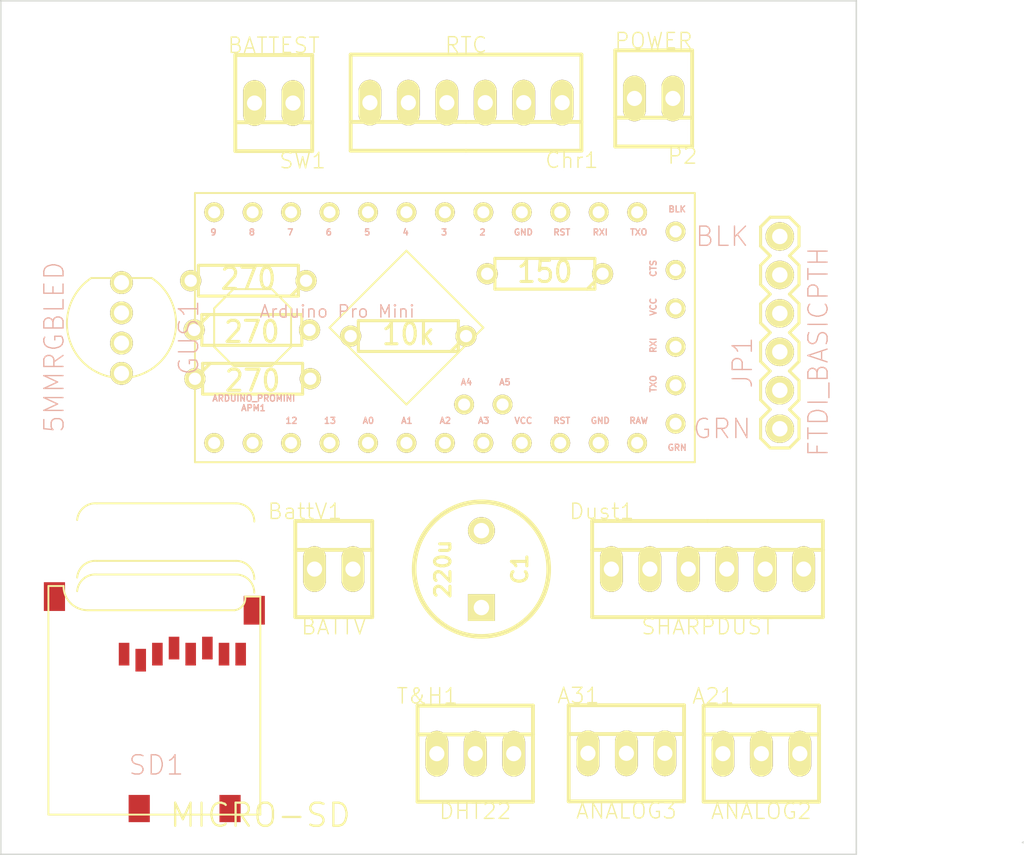
<source format=kicad_pcb>
(kicad_pcb (version 3) (host pcbnew "(2013-07-07 BZR 4022)-stable")

  (general
    (links 31)
    (no_connects 31)
    (area 0 0 0 0)
    (thickness 1.6)
    (drawings 7)
    (tracks 0)
    (zones 0)
    (modules 18)
    (nets 29)
  )

  (page A3)
  (layers
    (15 F.Cu signal)
    (0 B.Cu signal)
    (16 B.Adhes user)
    (17 F.Adhes user)
    (18 B.Paste user)
    (19 F.Paste user)
    (20 B.SilkS user)
    (21 F.SilkS user)
    (22 B.Mask user)
    (23 F.Mask user)
    (24 Dwgs.User user)
    (25 Cmts.User user)
    (26 Eco1.User user)
    (27 Eco2.User user)
    (28 Edge.Cuts user)
  )

  (setup
    (last_trace_width 0.254)
    (trace_clearance 0.254)
    (zone_clearance 0.508)
    (zone_45_only no)
    (trace_min 0.254)
    (segment_width 0.2)
    (edge_width 0.1)
    (via_size 0.889)
    (via_drill 0.635)
    (via_min_size 0.889)
    (via_min_drill 0.508)
    (uvia_size 0.508)
    (uvia_drill 0.127)
    (uvias_allowed no)
    (uvia_min_size 0.508)
    (uvia_min_drill 0.127)
    (pcb_text_width 0.3)
    (pcb_text_size 1.5 1.5)
    (mod_edge_width 0.15)
    (mod_text_size 1 1)
    (mod_text_width 0.15)
    (pad_size 1.50622 1.50622)
    (pad_drill 0.99822)
    (pad_to_mask_clearance 0)
    (aux_axis_origin 0 0)
    (visible_elements 7FFFFFFF)
    (pcbplotparams
      (layerselection 3178497)
      (usegerberextensions true)
      (excludeedgelayer true)
      (linewidth 0.150000)
      (plotframeref false)
      (viasonmask false)
      (mode 1)
      (useauxorigin false)
      (hpglpennumber 1)
      (hpglpenspeed 20)
      (hpglpendiameter 15)
      (hpglpenoverlay 2)
      (psnegative false)
      (psa4output false)
      (plotreference true)
      (plotvalue true)
      (plotothertext true)
      (plotinvisibletext false)
      (padsonsilk false)
      (subtractmaskfromsilk false)
      (outputformat 1)
      (mirror false)
      (drillshape 1)
      (scaleselection 1)
      (outputdirectory ""))
  )

  (net 0 "")
  (net 1 N-0000010)
  (net 2 N-0000017)
  (net 3 N-0000023)
  (net 4 N-0000024)
  (net 5 N-0000025)
  (net 6 N-0000026)
  (net 7 N-0000027)
  (net 8 N-0000028)
  (net 9 N-0000029)
  (net 10 N-0000030)
  (net 11 N-0000031)
  (net 12 N-0000032)
  (net 13 N-0000033)
  (net 14 N-0000035)
  (net 15 N-0000036)
  (net 16 N-0000037)
  (net 17 N-0000038)
  (net 18 N-0000039)
  (net 19 N-0000040)
  (net 20 N-0000041)
  (net 21 N-0000044)
  (net 22 N-0000045)
  (net 23 N-0000047)
  (net 24 N-0000048)
  (net 25 N-0000050)
  (net 26 N-000006)
  (net 27 N-000008)
  (net 28 N-000009)

  (net_class Default "This is the default net class."
    (clearance 0.254)
    (trace_width 0.254)
    (via_dia 0.889)
    (via_drill 0.635)
    (uvia_dia 0.508)
    (uvia_drill 0.127)
    (add_net "")
    (add_net N-0000010)
    (add_net N-0000017)
    (add_net N-0000023)
    (add_net N-0000024)
    (add_net N-0000025)
    (add_net N-0000026)
    (add_net N-0000027)
    (add_net N-0000028)
    (add_net N-0000029)
    (add_net N-0000030)
    (add_net N-0000031)
    (add_net N-0000032)
    (add_net N-0000033)
    (add_net N-0000035)
    (add_net N-0000036)
    (add_net N-0000037)
    (add_net N-0000038)
    (add_net N-0000039)
    (add_net N-0000040)
    (add_net N-0000041)
    (add_net N-0000044)
    (add_net N-0000045)
    (add_net N-0000047)
    (add_net N-0000048)
    (add_net N-0000050)
    (add_net N-000006)
    (add_net N-000008)
    (add_net N-000009)
  )

  (module SparkFun-LED-TRICOLOR-THROUGHHOLE (layer F.Cu) (tedit 200000) (tstamp 53BB6935)
    (at 128.6256 119.4054 270)
    (path /53B9FB1C)
    (attr virtual)
    (fp_text reference GUS1 (at 0.635 -4.445 270) (layer B.SilkS)
      (effects (font (size 1.27 1.27) (thickness 0.0889)))
    )
    (fp_text value 5MMRGBLED (at 1.27 4.445 270) (layer B.SilkS)
      (effects (font (size 1.27 1.27) (thickness 0.0889)))
    )
    (fp_line (start -3.29946 -1.99898) (end -3.29946 1.99898) (layer F.SilkS) (width 0.127))
    (fp_arc (start -0.29972 0) (end -3.29946 -1.99898) (angle 292.6) (layer F.SilkS) (width 0.127))
    (pad BLU thru_hole circle (at 0.99822 0 270) (size 1.50622 1.50622) (drill 0.99822)
      (layers *.Cu F.Paste F.SilkS F.Mask)
      (net 16 N-0000037)
    )
    (pad GND thru_hole circle (at -0.99822 0 270) (size 1.50622 1.50622) (drill 0.99822)
      (layers *.Cu F.Paste F.SilkS F.Mask)
    )
    (pad GRN thru_hole circle (at 2.99974 0 270) (size 1.50622 1.50622) (drill 0.99822)
      (layers *.Cu F.Paste F.SilkS F.Mask)
      (net 15 N-0000036)
    )
    (pad RED thru_hole circle (at -2.99974 0 270) (size 1.50622 1.50622) (drill 0.99822)
      (layers *.Cu F.Paste F.SilkS F.Mask)
      (net 14 N-0000035)
    )
  )

  (module SparkFun-FTDI_BASIC (layer F.Cu) (tedit 200000) (tstamp 53BC861C)
    (at 172.1104 126.0602 90)
    (path /53B9E1FD)
    (attr virtual)
    (fp_text reference JP1 (at 4.36626 -2.4638 90) (layer B.SilkS)
      (effects (font (size 1.27 1.27) (thickness 0.0889)))
    )
    (fp_text value FTDI_BASICPTH (at 5.08 2.54 90) (layer B.SilkS)
      (effects (font (size 1.27 1.27) (thickness 0.0889)))
    )
    (fp_line (start 12.446 0.254) (end 12.954 0.254) (layer F.SilkS) (width 0.06604))
    (fp_line (start 12.954 0.254) (end 12.954 -0.254) (layer F.SilkS) (width 0.06604))
    (fp_line (start 12.446 -0.254) (end 12.954 -0.254) (layer F.SilkS) (width 0.06604))
    (fp_line (start 12.446 0.254) (end 12.446 -0.254) (layer F.SilkS) (width 0.06604))
    (fp_line (start 9.906 0.254) (end 10.414 0.254) (layer F.SilkS) (width 0.06604))
    (fp_line (start 10.414 0.254) (end 10.414 -0.254) (layer F.SilkS) (width 0.06604))
    (fp_line (start 9.906 -0.254) (end 10.414 -0.254) (layer F.SilkS) (width 0.06604))
    (fp_line (start 9.906 0.254) (end 9.906 -0.254) (layer F.SilkS) (width 0.06604))
    (fp_line (start 7.366 0.254) (end 7.874 0.254) (layer F.SilkS) (width 0.06604))
    (fp_line (start 7.874 0.254) (end 7.874 -0.254) (layer F.SilkS) (width 0.06604))
    (fp_line (start 7.366 -0.254) (end 7.874 -0.254) (layer F.SilkS) (width 0.06604))
    (fp_line (start 7.366 0.254) (end 7.366 -0.254) (layer F.SilkS) (width 0.06604))
    (fp_line (start 4.826 0.254) (end 5.334 0.254) (layer F.SilkS) (width 0.06604))
    (fp_line (start 5.334 0.254) (end 5.334 -0.254) (layer F.SilkS) (width 0.06604))
    (fp_line (start 4.826 -0.254) (end 5.334 -0.254) (layer F.SilkS) (width 0.06604))
    (fp_line (start 4.826 0.254) (end 4.826 -0.254) (layer F.SilkS) (width 0.06604))
    (fp_line (start 2.286 0.254) (end 2.794 0.254) (layer F.SilkS) (width 0.06604))
    (fp_line (start 2.794 0.254) (end 2.794 -0.254) (layer F.SilkS) (width 0.06604))
    (fp_line (start 2.286 -0.254) (end 2.794 -0.254) (layer F.SilkS) (width 0.06604))
    (fp_line (start 2.286 0.254) (end 2.286 -0.254) (layer F.SilkS) (width 0.06604))
    (fp_line (start -0.254 0.254) (end 0.254 0.254) (layer F.SilkS) (width 0.06604))
    (fp_line (start 0.254 0.254) (end 0.254 -0.254) (layer F.SilkS) (width 0.06604))
    (fp_line (start -0.254 -0.254) (end 0.254 -0.254) (layer F.SilkS) (width 0.06604))
    (fp_line (start -0.254 0.254) (end -0.254 -0.254) (layer F.SilkS) (width 0.06604))
    (fp_line (start 11.43 -0.635) (end 12.065 -1.27) (layer F.SilkS) (width 0.2032))
    (fp_line (start 12.065 -1.27) (end 13.335 -1.27) (layer F.SilkS) (width 0.2032))
    (fp_line (start 13.335 -1.27) (end 13.97 -0.635) (layer F.SilkS) (width 0.2032))
    (fp_line (start 13.97 0.635) (end 13.335 1.27) (layer F.SilkS) (width 0.2032))
    (fp_line (start 13.335 1.27) (end 12.065 1.27) (layer F.SilkS) (width 0.2032))
    (fp_line (start 12.065 1.27) (end 11.43 0.635) (layer F.SilkS) (width 0.2032))
    (fp_line (start 6.985 -1.27) (end 8.255 -1.27) (layer F.SilkS) (width 0.2032))
    (fp_line (start 8.255 -1.27) (end 8.89 -0.635) (layer F.SilkS) (width 0.2032))
    (fp_line (start 8.89 0.635) (end 8.255 1.27) (layer F.SilkS) (width 0.2032))
    (fp_line (start 8.89 -0.635) (end 9.525 -1.27) (layer F.SilkS) (width 0.2032))
    (fp_line (start 9.525 -1.27) (end 10.795 -1.27) (layer F.SilkS) (width 0.2032))
    (fp_line (start 10.795 -1.27) (end 11.43 -0.635) (layer F.SilkS) (width 0.2032))
    (fp_line (start 11.43 0.635) (end 10.795 1.27) (layer F.SilkS) (width 0.2032))
    (fp_line (start 10.795 1.27) (end 9.525 1.27) (layer F.SilkS) (width 0.2032))
    (fp_line (start 9.525 1.27) (end 8.89 0.635) (layer F.SilkS) (width 0.2032))
    (fp_line (start 3.81 -0.635) (end 4.445 -1.27) (layer F.SilkS) (width 0.2032))
    (fp_line (start 4.445 -1.27) (end 5.715 -1.27) (layer F.SilkS) (width 0.2032))
    (fp_line (start 5.715 -1.27) (end 6.35 -0.635) (layer F.SilkS) (width 0.2032))
    (fp_line (start 6.35 0.635) (end 5.715 1.27) (layer F.SilkS) (width 0.2032))
    (fp_line (start 5.715 1.27) (end 4.445 1.27) (layer F.SilkS) (width 0.2032))
    (fp_line (start 4.445 1.27) (end 3.81 0.635) (layer F.SilkS) (width 0.2032))
    (fp_line (start 6.985 -1.27) (end 6.35 -0.635) (layer F.SilkS) (width 0.2032))
    (fp_line (start 6.35 0.635) (end 6.985 1.27) (layer F.SilkS) (width 0.2032))
    (fp_line (start 8.255 1.27) (end 6.985 1.27) (layer F.SilkS) (width 0.2032))
    (fp_line (start -0.635 -1.27) (end 0.635 -1.27) (layer F.SilkS) (width 0.2032))
    (fp_line (start 0.635 -1.27) (end 1.27 -0.635) (layer F.SilkS) (width 0.2032))
    (fp_line (start 1.27 0.635) (end 0.635 1.27) (layer F.SilkS) (width 0.2032))
    (fp_line (start 1.27 -0.635) (end 1.905 -1.27) (layer F.SilkS) (width 0.2032))
    (fp_line (start 1.905 -1.27) (end 3.175 -1.27) (layer F.SilkS) (width 0.2032))
    (fp_line (start 3.175 -1.27) (end 3.81 -0.635) (layer F.SilkS) (width 0.2032))
    (fp_line (start 3.81 0.635) (end 3.175 1.27) (layer F.SilkS) (width 0.2032))
    (fp_line (start 3.175 1.27) (end 1.905 1.27) (layer F.SilkS) (width 0.2032))
    (fp_line (start 1.905 1.27) (end 1.27 0.635) (layer F.SilkS) (width 0.2032))
    (fp_line (start -1.27 -0.635) (end -1.27 0.635) (layer F.SilkS) (width 0.2032))
    (fp_line (start -0.635 -1.27) (end -1.27 -0.635) (layer F.SilkS) (width 0.2032))
    (fp_line (start -1.27 0.635) (end -0.635 1.27) (layer F.SilkS) (width 0.2032))
    (fp_line (start 0.635 1.27) (end -0.635 1.27) (layer F.SilkS) (width 0.2032))
    (fp_line (start 13.97 -0.635) (end 13.97 0.635) (layer F.SilkS) (width 0.2032))
    (fp_text user GRN (at 0 -3.81 180) (layer B.SilkS)
      (effects (font (size 1.27 1.27) (thickness 0.0889)))
    )
    (fp_text user BLK (at 12.7 -3.81 180) (layer B.SilkS)
      (effects (font (size 1.27 1.27) (thickness 0.0889)))
    )
    (pad CTS thru_hole circle (at 10.16 0 90) (size 1.8796 1.8796) (drill 1.016)
      (layers *.Cu F.Paste F.SilkS F.Mask)
      (net 9 N-0000029)
    )
    (pad DTR thru_hole circle (at 0 0 90) (size 1.8796 1.8796) (drill 1.016)
      (layers *.Cu F.Paste F.SilkS F.Mask)
      (net 8 N-0000028)
    )
    (pad GND thru_hole circle (at 12.7 0 90) (size 1.8796 1.8796) (drill 1.016)
      (layers *.Cu F.Paste F.SilkS F.Mask)
    )
    (pad RXI thru_hole circle (at 2.54 0 90) (size 1.8796 1.8796) (drill 1.016)
      (layers *.Cu F.Paste F.SilkS F.Mask)
      (net 20 N-0000041)
    )
    (pad TXO thru_hole circle (at 5.08 0 90) (size 1.8796 1.8796) (drill 1.016)
      (layers *.Cu F.Paste F.SilkS F.Mask)
      (net 19 N-0000040)
    )
    (pad VCC thru_hole circle (at 7.62 0 90) (size 1.8796 1.8796) (drill 1.016)
      (layers *.Cu F.Paste F.SilkS F.Mask)
    )
  )

  (module R3 (layer F.Cu) (tedit 4E4C0E65) (tstamp 53BB698D)
    (at 156.591 115.824 180)
    (descr "Resitance 3 pas")
    (tags R)
    (path /53B5D761)
    (autoplace_cost180 10)
    (fp_text reference R5 (at 0 0.127 180) (layer F.SilkS) hide
      (effects (font (size 1.397 1.27) (thickness 0.2032)))
    )
    (fp_text value 150 (at 0 0.127 180) (layer F.SilkS)
      (effects (font (size 1.397 1.27) (thickness 0.2032)))
    )
    (fp_line (start -3.81 0) (end -3.302 0) (layer F.SilkS) (width 0.2032))
    (fp_line (start 3.81 0) (end 3.302 0) (layer F.SilkS) (width 0.2032))
    (fp_line (start 3.302 0) (end 3.302 -1.016) (layer F.SilkS) (width 0.2032))
    (fp_line (start 3.302 -1.016) (end -3.302 -1.016) (layer F.SilkS) (width 0.2032))
    (fp_line (start -3.302 -1.016) (end -3.302 1.016) (layer F.SilkS) (width 0.2032))
    (fp_line (start -3.302 1.016) (end 3.302 1.016) (layer F.SilkS) (width 0.2032))
    (fp_line (start 3.302 1.016) (end 3.302 0) (layer F.SilkS) (width 0.2032))
    (fp_line (start -3.302 -0.508) (end -2.794 -1.016) (layer F.SilkS) (width 0.2032))
    (pad 1 thru_hole circle (at -3.81 0 180) (size 1.397 1.397) (drill 0.8128)
      (layers *.Cu *.Mask F.SilkS)
      (net 6 N-0000026)
    )
    (pad 2 thru_hole circle (at 3.81 0 180) (size 1.397 1.397) (drill 0.8128)
      (layers *.Cu *.Mask F.SilkS)
      (net 1 N-0000010)
    )
    (model discret/resistor.wrl
      (at (xyz 0 0 0))
      (scale (xyz 0.3 0.3 0.3))
      (rotate (xyz 0 0 0))
    )
  )

  (module R3 (layer F.Cu) (tedit 4E4C0E65) (tstamp 53BB699B)
    (at 147.574 119.9388 180)
    (descr "Resitance 3 pas")
    (tags R)
    (path /53B9DB77)
    (autoplace_cost180 10)
    (fp_text reference R1 (at 0 0.127 180) (layer F.SilkS) hide
      (effects (font (size 1.397 1.27) (thickness 0.2032)))
    )
    (fp_text value 10k (at 0 0.127 180) (layer F.SilkS)
      (effects (font (size 1.397 1.27) (thickness 0.2032)))
    )
    (fp_line (start -3.81 0) (end -3.302 0) (layer F.SilkS) (width 0.2032))
    (fp_line (start 3.81 0) (end 3.302 0) (layer F.SilkS) (width 0.2032))
    (fp_line (start 3.302 0) (end 3.302 -1.016) (layer F.SilkS) (width 0.2032))
    (fp_line (start 3.302 -1.016) (end -3.302 -1.016) (layer F.SilkS) (width 0.2032))
    (fp_line (start -3.302 -1.016) (end -3.302 1.016) (layer F.SilkS) (width 0.2032))
    (fp_line (start -3.302 1.016) (end 3.302 1.016) (layer F.SilkS) (width 0.2032))
    (fp_line (start 3.302 1.016) (end 3.302 0) (layer F.SilkS) (width 0.2032))
    (fp_line (start -3.302 -0.508) (end -2.794 -1.016) (layer F.SilkS) (width 0.2032))
    (pad 1 thru_hole circle (at -3.81 0 180) (size 1.397 1.397) (drill 0.8128)
      (layers *.Cu *.Mask F.SilkS)
      (net 21 N-0000044)
    )
    (pad 2 thru_hole circle (at 3.81 0 180) (size 1.397 1.397) (drill 0.8128)
      (layers *.Cu *.Mask F.SilkS)
      (net 22 N-0000045)
    )
    (model discret/resistor.wrl
      (at (xyz 0 0 0))
      (scale (xyz 0.3 0.3 0.3))
      (rotate (xyz 0 0 0))
    )
  )

  (module R3 (layer F.Cu) (tedit 4E4C0E65) (tstamp 53BB69A9)
    (at 137.0076 116.2812 180)
    (descr "Resitance 3 pas")
    (tags R)
    (path /53B9FB76)
    (autoplace_cost180 10)
    (fp_text reference R2 (at 0 0.127 180) (layer F.SilkS) hide
      (effects (font (size 1.397 1.27) (thickness 0.2032)))
    )
    (fp_text value 270 (at 0 0.127 180) (layer F.SilkS)
      (effects (font (size 1.397 1.27) (thickness 0.2032)))
    )
    (fp_line (start -3.81 0) (end -3.302 0) (layer F.SilkS) (width 0.2032))
    (fp_line (start 3.81 0) (end 3.302 0) (layer F.SilkS) (width 0.2032))
    (fp_line (start 3.302 0) (end 3.302 -1.016) (layer F.SilkS) (width 0.2032))
    (fp_line (start 3.302 -1.016) (end -3.302 -1.016) (layer F.SilkS) (width 0.2032))
    (fp_line (start -3.302 -1.016) (end -3.302 1.016) (layer F.SilkS) (width 0.2032))
    (fp_line (start -3.302 1.016) (end 3.302 1.016) (layer F.SilkS) (width 0.2032))
    (fp_line (start 3.302 1.016) (end 3.302 0) (layer F.SilkS) (width 0.2032))
    (fp_line (start -3.302 -0.508) (end -2.794 -1.016) (layer F.SilkS) (width 0.2032))
    (pad 1 thru_hole circle (at -3.81 0 180) (size 1.397 1.397) (drill 0.8128)
      (layers *.Cu *.Mask F.SilkS)
      (net 17 N-0000038)
    )
    (pad 2 thru_hole circle (at 3.81 0 180) (size 1.397 1.397) (drill 0.8128)
      (layers *.Cu *.Mask F.SilkS)
      (net 14 N-0000035)
    )
    (model discret/resistor.wrl
      (at (xyz 0 0 0))
      (scale (xyz 0.3 0.3 0.3))
      (rotate (xyz 0 0 0))
    )
  )

  (module R3 (layer F.Cu) (tedit 4E4C0E65) (tstamp 53BB69B7)
    (at 137.287 122.7582)
    (descr "Resitance 3 pas")
    (tags R)
    (path /53B9FB96)
    (autoplace_cost180 10)
    (fp_text reference R3 (at 0 0.127) (layer F.SilkS) hide
      (effects (font (size 1.397 1.27) (thickness 0.2032)))
    )
    (fp_text value 270 (at 0 0.127) (layer F.SilkS)
      (effects (font (size 1.397 1.27) (thickness 0.2032)))
    )
    (fp_line (start -3.81 0) (end -3.302 0) (layer F.SilkS) (width 0.2032))
    (fp_line (start 3.81 0) (end 3.302 0) (layer F.SilkS) (width 0.2032))
    (fp_line (start 3.302 0) (end 3.302 -1.016) (layer F.SilkS) (width 0.2032))
    (fp_line (start 3.302 -1.016) (end -3.302 -1.016) (layer F.SilkS) (width 0.2032))
    (fp_line (start -3.302 -1.016) (end -3.302 1.016) (layer F.SilkS) (width 0.2032))
    (fp_line (start -3.302 1.016) (end 3.302 1.016) (layer F.SilkS) (width 0.2032))
    (fp_line (start 3.302 1.016) (end 3.302 0) (layer F.SilkS) (width 0.2032))
    (fp_line (start -3.302 -0.508) (end -2.794 -1.016) (layer F.SilkS) (width 0.2032))
    (pad 1 thru_hole circle (at -3.81 0) (size 1.397 1.397) (drill 0.8128)
      (layers *.Cu *.Mask F.SilkS)
      (net 15 N-0000036)
    )
    (pad 2 thru_hole circle (at 3.81 0) (size 1.397 1.397) (drill 0.8128)
      (layers *.Cu *.Mask F.SilkS)
      (net 18 N-0000039)
    )
    (model discret/resistor.wrl
      (at (xyz 0 0 0))
      (scale (xyz 0.3 0.3 0.3))
      (rotate (xyz 0 0 0))
    )
  )

  (module R3 (layer F.Cu) (tedit 4E4C0E65) (tstamp 53BB69C5)
    (at 137.2362 119.5324)
    (descr "Resitance 3 pas")
    (tags R)
    (path /53B9FB9C)
    (autoplace_cost180 10)
    (fp_text reference R4 (at 0 0.127) (layer F.SilkS) hide
      (effects (font (size 1.397 1.27) (thickness 0.2032)))
    )
    (fp_text value 270 (at 0 0.127) (layer F.SilkS)
      (effects (font (size 1.397 1.27) (thickness 0.2032)))
    )
    (fp_line (start -3.81 0) (end -3.302 0) (layer F.SilkS) (width 0.2032))
    (fp_line (start 3.81 0) (end 3.302 0) (layer F.SilkS) (width 0.2032))
    (fp_line (start 3.302 0) (end 3.302 -1.016) (layer F.SilkS) (width 0.2032))
    (fp_line (start 3.302 -1.016) (end -3.302 -1.016) (layer F.SilkS) (width 0.2032))
    (fp_line (start -3.302 -1.016) (end -3.302 1.016) (layer F.SilkS) (width 0.2032))
    (fp_line (start -3.302 1.016) (end 3.302 1.016) (layer F.SilkS) (width 0.2032))
    (fp_line (start 3.302 1.016) (end 3.302 0) (layer F.SilkS) (width 0.2032))
    (fp_line (start -3.302 -0.508) (end -2.794 -1.016) (layer F.SilkS) (width 0.2032))
    (pad 1 thru_hole circle (at -3.81 0) (size 1.397 1.397) (drill 0.8128)
      (layers *.Cu *.Mask F.SilkS)
      (net 16 N-0000037)
    )
    (pad 2 thru_hole circle (at 3.81 0) (size 1.397 1.397) (drill 0.8128)
      (layers *.Cu *.Mask F.SilkS)
      (net 27 N-000008)
    )
    (model discret/resistor.wrl
      (at (xyz 0 0 0))
      (scale (xyz 0.3 0.3 0.3))
      (rotate (xyz 0 0 0))
    )
  )

  (module PINHEAD1-6 (layer F.Cu) (tedit 4C5EDF69) (tstamp 53BB69D7)
    (at 167.3352 135.3312)
    (path /53B9E1EE)
    (attr virtual)
    (fp_text reference Dust1 (at -6.985 -3.81) (layer F.SilkS)
      (effects (font (size 1.016 1.016) (thickness 0.0889)))
    )
    (fp_text value SHARPDUST (at 0 3.81) (layer F.SilkS)
      (effects (font (size 1.016 1.016) (thickness 0.0889)))
    )
    (fp_line (start 0 3.175) (end 7.62 3.175) (layer F.SilkS) (width 0.254))
    (fp_line (start 0 -1.27) (end 7.62 -1.27) (layer F.SilkS) (width 0.254))
    (fp_line (start 0 -3.175) (end 7.62 -3.175) (layer F.SilkS) (width 0.254))
    (fp_line (start -7.62 -3.175) (end -7.62 3.175) (layer F.SilkS) (width 0.254))
    (fp_line (start 7.62 -3.175) (end 7.62 3.175) (layer F.SilkS) (width 0.254))
    (fp_line (start 0 -1.27) (end -7.62 -1.27) (layer F.SilkS) (width 0.254))
    (fp_line (start -7.62 -3.175) (end 0 -3.175) (layer F.SilkS) (width 0.254))
    (fp_line (start 0 3.175) (end -7.62 3.175) (layer F.SilkS) (width 0.254))
    (pad 1 thru_hole oval (at -6.35 0) (size 1.50622 3.01498) (drill 0.99822)
      (layers *.Cu F.Paste F.SilkS F.Mask)
      (net 6 N-0000026)
    )
    (pad 2 thru_hole oval (at -3.81 0) (size 1.50622 3.01498) (drill 0.99822)
      (layers *.Cu F.Paste F.SilkS F.Mask)
      (net 7 N-0000027)
    )
    (pad 3 thru_hole oval (at -1.27 0) (size 1.50622 3.01498) (drill 0.99822)
      (layers *.Cu F.Paste F.SilkS F.Mask)
      (net 25 N-0000050)
    )
    (pad 4 thru_hole oval (at 1.27 0) (size 1.50622 3.01498) (drill 0.99822)
      (layers *.Cu F.Paste F.SilkS F.Mask)
      (net 7 N-0000027)
    )
    (pad 5 thru_hole oval (at 3.81 0) (size 1.50622 3.01498) (drill 0.99822)
      (layers *.Cu F.Paste F.SilkS F.Mask)
      (net 28 N-000009)
    )
    (pad 6 thru_hole oval (at 6.35 0) (size 1.50622 3.01498) (drill 0.99822)
      (layers *.Cu F.Paste F.SilkS F.Mask)
    )
  )

  (module PINHEAD1-6 (layer F.Cu) (tedit 4C5EDF69) (tstamp 53BB69E9)
    (at 151.384 104.521 180)
    (path /53BA039A)
    (attr virtual)
    (fp_text reference Chr1 (at -6.985 -3.81 180) (layer F.SilkS)
      (effects (font (size 1.016 1.016) (thickness 0.0889)))
    )
    (fp_text value RTC (at 0 3.81 180) (layer F.SilkS)
      (effects (font (size 1.016 1.016) (thickness 0.0889)))
    )
    (fp_line (start 0 3.175) (end 7.62 3.175) (layer F.SilkS) (width 0.254))
    (fp_line (start 0 -1.27) (end 7.62 -1.27) (layer F.SilkS) (width 0.254))
    (fp_line (start 0 -3.175) (end 7.62 -3.175) (layer F.SilkS) (width 0.254))
    (fp_line (start -7.62 -3.175) (end -7.62 3.175) (layer F.SilkS) (width 0.254))
    (fp_line (start 7.62 -3.175) (end 7.62 3.175) (layer F.SilkS) (width 0.254))
    (fp_line (start 0 -1.27) (end -7.62 -1.27) (layer F.SilkS) (width 0.254))
    (fp_line (start -7.62 -3.175) (end 0 -3.175) (layer F.SilkS) (width 0.254))
    (fp_line (start 0 3.175) (end -7.62 3.175) (layer F.SilkS) (width 0.254))
    (pad 1 thru_hole oval (at -6.35 0 180) (size 1.50622 3.01498) (drill 0.99822)
      (layers *.Cu F.Paste F.SilkS F.Mask)
      (net 12 N-0000032)
    )
    (pad 2 thru_hole oval (at -3.81 0 180) (size 1.50622 3.01498) (drill 0.99822)
      (layers *.Cu F.Paste F.SilkS F.Mask)
    )
    (pad 3 thru_hole oval (at -1.27 0 180) (size 1.50622 3.01498) (drill 0.99822)
      (layers *.Cu F.Paste F.SilkS F.Mask)
      (net 13 N-0000033)
    )
    (pad 4 thru_hole oval (at 1.27 0 180) (size 1.50622 3.01498) (drill 0.99822)
      (layers *.Cu F.Paste F.SilkS F.Mask)
      (net 10 N-0000030)
    )
    (pad 5 thru_hole oval (at 3.81 0 180) (size 1.50622 3.01498) (drill 0.99822)
      (layers *.Cu F.Paste F.SilkS F.Mask)
    )
    (pad 6 thru_hole oval (at 6.35 0 180) (size 1.50622 3.01498) (drill 0.99822)
      (layers *.Cu F.Paste F.SilkS F.Mask)
    )
  )

  (module PINHEAD1-3 (layer F.Cu) (tedit 4C5EDE92) (tstamp 53BB69F5)
    (at 151.9936 147.5232)
    (path /53B5E440)
    (attr virtual)
    (fp_text reference T&H1 (at -3.175 -3.81) (layer F.SilkS)
      (effects (font (size 1.016 1.016) (thickness 0.0889)))
    )
    (fp_text value DHT22 (at 0 3.81) (layer F.SilkS)
      (effects (font (size 1.016 1.016) (thickness 0.0889)))
    )
    (fp_line (start -3.81 -3.175) (end -3.81 3.175) (layer F.SilkS) (width 0.254))
    (fp_line (start 3.81 -3.175) (end 3.81 3.175) (layer F.SilkS) (width 0.254))
    (fp_line (start 3.81 -1.27) (end -3.81 -1.27) (layer F.SilkS) (width 0.254))
    (fp_line (start -3.81 -3.175) (end 3.81 -3.175) (layer F.SilkS) (width 0.254))
    (fp_line (start 3.81 3.175) (end -3.81 3.175) (layer F.SilkS) (width 0.254))
    (pad 1 thru_hole oval (at -2.54 0) (size 1.50622 3.01498) (drill 0.99822)
      (layers *.Cu F.Paste F.SilkS F.Mask)
    )
    (pad 2 thru_hole oval (at 0 0) (size 1.50622 3.01498) (drill 0.99822)
      (layers *.Cu F.Paste F.SilkS F.Mask)
      (net 21 N-0000044)
    )
    (pad 3 thru_hole oval (at 2.54 0) (size 1.50622 3.01498) (drill 0.99822)
      (layers *.Cu F.Paste F.SilkS F.Mask)
      (net 22 N-0000045)
    )
  )

  (module PINHEAD1-3 (layer F.Cu) (tedit 4C5EDE92) (tstamp 53BB6A01)
    (at 170.8912 147.5232)
    (path /53B9FA0C)
    (attr virtual)
    (fp_text reference A21 (at -3.175 -3.81) (layer F.SilkS)
      (effects (font (size 1.016 1.016) (thickness 0.0889)))
    )
    (fp_text value ANALOG2 (at 0 3.81) (layer F.SilkS)
      (effects (font (size 1.016 1.016) (thickness 0.0889)))
    )
    (fp_line (start -3.81 -3.175) (end -3.81 3.175) (layer F.SilkS) (width 0.254))
    (fp_line (start 3.81 -3.175) (end 3.81 3.175) (layer F.SilkS) (width 0.254))
    (fp_line (start 3.81 -1.27) (end -3.81 -1.27) (layer F.SilkS) (width 0.254))
    (fp_line (start -3.81 -3.175) (end 3.81 -3.175) (layer F.SilkS) (width 0.254))
    (fp_line (start 3.81 3.175) (end -3.81 3.175) (layer F.SilkS) (width 0.254))
    (pad 1 thru_hole oval (at -2.54 0) (size 1.50622 3.01498) (drill 0.99822)
      (layers *.Cu F.Paste F.SilkS F.Mask)
    )
    (pad 2 thru_hole oval (at 0 0) (size 1.50622 3.01498) (drill 0.99822)
      (layers *.Cu F.Paste F.SilkS F.Mask)
    )
    (pad 3 thru_hole oval (at 2.54 0) (size 1.50622 3.01498) (drill 0.99822)
      (layers *.Cu F.Paste F.SilkS F.Mask)
      (net 11 N-0000031)
    )
  )

  (module PINHEAD1-3 (layer F.Cu) (tedit 4C5EDE92) (tstamp 53BB6A0D)
    (at 161.9758 147.4978)
    (path /53B9FA1B)
    (attr virtual)
    (fp_text reference A31 (at -3.175 -3.81) (layer F.SilkS)
      (effects (font (size 1.016 1.016) (thickness 0.0889)))
    )
    (fp_text value ANALOG3 (at 0 3.81) (layer F.SilkS)
      (effects (font (size 1.016 1.016) (thickness 0.0889)))
    )
    (fp_line (start -3.81 -3.175) (end -3.81 3.175) (layer F.SilkS) (width 0.254))
    (fp_line (start 3.81 -3.175) (end 3.81 3.175) (layer F.SilkS) (width 0.254))
    (fp_line (start 3.81 -1.27) (end -3.81 -1.27) (layer F.SilkS) (width 0.254))
    (fp_line (start -3.81 -3.175) (end 3.81 -3.175) (layer F.SilkS) (width 0.254))
    (fp_line (start 3.81 3.175) (end -3.81 3.175) (layer F.SilkS) (width 0.254))
    (pad 1 thru_hole oval (at -2.54 0) (size 1.50622 3.01498) (drill 0.99822)
      (layers *.Cu F.Paste F.SilkS F.Mask)
    )
    (pad 2 thru_hole oval (at 0 0) (size 1.50622 3.01498) (drill 0.99822)
      (layers *.Cu F.Paste F.SilkS F.Mask)
    )
    (pad 3 thru_hole oval (at 2.54 0) (size 1.50622 3.01498) (drill 0.99822)
      (layers *.Cu F.Paste F.SilkS F.Mask)
      (net 5 N-0000025)
    )
  )

  (module PINHEAD1-2 (layer F.Cu) (tedit 4C5EDFB2) (tstamp 53BB6A2E)
    (at 142.6464 135.3312)
    (path /53BB6875)
    (attr virtual)
    (fp_text reference BattV1 (at -1.905 -3.81) (layer F.SilkS)
      (effects (font (size 1.016 1.016) (thickness 0.0889)))
    )
    (fp_text value BATTV (at 0 3.81) (layer F.SilkS)
      (effects (font (size 1.016 1.016) (thickness 0.0889)))
    )
    (fp_line (start 2.54 -1.27) (end -2.54 -1.27) (layer F.SilkS) (width 0.254))
    (fp_line (start 2.54 3.175) (end -2.54 3.175) (layer F.SilkS) (width 0.254))
    (fp_line (start -2.54 -3.175) (end 2.54 -3.175) (layer F.SilkS) (width 0.254))
    (fp_line (start -2.54 -3.175) (end -2.54 3.175) (layer F.SilkS) (width 0.254))
    (fp_line (start 2.54 -3.175) (end 2.54 3.175) (layer F.SilkS) (width 0.254))
    (pad 1 thru_hole oval (at -1.27 0) (size 1.50622 3.01498) (drill 0.99822)
      (layers *.Cu F.Paste F.SilkS F.Mask)
      (net 26 N-000006)
    )
    (pad 2 thru_hole oval (at 1.27 0) (size 1.50622 3.01498) (drill 0.99822)
      (layers *.Cu F.Paste F.SilkS F.Mask)
    )
  )

  (module C2V8 (layer F.Cu) (tedit 46544AA3) (tstamp 53BB6A88)
    (at 152.4 135.3312 90)
    (descr "Condensateur polarise")
    (tags CP)
    (path /53B5D70C)
    (fp_text reference C1 (at 0 2.54 90) (layer F.SilkS)
      (effects (font (size 1.016 1.016) (thickness 0.2032)))
    )
    (fp_text value 220u (at 0 -2.54 90) (layer F.SilkS)
      (effects (font (size 1.016 1.016) (thickness 0.2032)))
    )
    (fp_circle (center 0 0) (end -4.445 0) (layer F.SilkS) (width 0.3048))
    (pad 1 thru_hole rect (at -2.54 0 90) (size 1.778 1.778) (drill 1.016)
      (layers *.Cu *.Mask F.SilkS)
      (net 6 N-0000026)
    )
    (pad 2 thru_hole circle (at 2.54 0 90) (size 1.778 1.778) (drill 1.016)
      (layers *.Cu *.Mask F.SilkS)
      (net 7 N-0000027)
    )
    (model discret/c_vert_c2v10.wrl
      (at (xyz 0 0 0))
      (scale (xyz 1 1 1))
      (rotate (xyz 0 0 0))
    )
  )

  (module adafruit-MICROSD (layer F.Cu) (tedit 200000) (tstamp 53BB6AA9)
    (at 137.795 151.5872 180)
    (path /53B9E078)
    (attr smd)
    (fp_text reference SD1 (at 6.87324 3.30454 180) (layer B.SilkS)
      (effects (font (size 1.27 1.27) (thickness 0.0889)))
    )
    (fp_text value MICRO-SD (at 0 0 180) (layer F.SilkS)
      (effects (font (size 1.524 1.524) (thickness 0.15)))
    )
    (fp_line (start 12.99972 15.1384) (end 13.99794 15.1384) (layer F.SilkS) (width 0.127))
    (fp_line (start 13.99794 15.1384) (end 13.99794 0.0381) (layer F.SilkS) (width 0.127))
    (fp_line (start 13.99794 0.0381) (end 0 0.0381) (layer F.SilkS) (width 0.127))
    (fp_line (start 0 0.0381) (end 0 14.4399) (layer F.SilkS) (width 0.127))
    (fp_line (start 0 14.4399) (end 0.99822 14.4399) (layer F.SilkS) (width 0.127))
    (fp_line (start 1.69926 13.5382) (end 11.39952 13.5382) (layer F.SilkS) (width 0.127))
    (fp_line (start 1.59766 15.89786) (end 10.79754 15.89786) (layer F.SilkS) (width 0.127))
    (fp_line (start 1.59766 16.79956) (end 10.79754 16.79956) (layer F.SilkS) (width 0.127))
    (fp_line (start 1.59766 20.5994) (end 10.79754 20.5994) (layer F.SilkS) (width 0.127))
    (fp_arc (start 1.79832 14.3383) (end 0.99822 14.4399) (angle 90) (layer F.SilkS) (width 0.127))
    (fp_arc (start 11.39952 15.1384) (end 11.39952 13.5382) (angle 90) (layer F.SilkS) (width 0.127))
    (fp_arc (start 1.59766 14.69898) (end 1.59766 15.89786) (angle 90) (layer F.SilkS) (width 0.127))
    (fp_arc (start 10.89914 14.69898) (end 12.09802 14.79804) (angle 90) (layer F.SilkS) (width 0.127))
    (fp_arc (start 1.59766 15.59814) (end 1.59766 16.79956) (angle 90) (layer F.SilkS) (width 0.127))
    (fp_arc (start 10.89914 15.59814) (end 12.09802 15.69974) (angle 90) (layer F.SilkS) (width 0.127))
    (fp_arc (start 1.59766 19.39798) (end 1.59766 20.5994) (angle 90) (layer F.SilkS) (width 0.127))
    (fp_arc (start 10.89914 19.39798) (end 12.09802 19.49958) (angle 90) (layer F.SilkS) (width 0.127))
    (pad 1 smd rect (at 8.99922 10.63752 180) (size 0.6985 1.4986)
      (layers F.Cu F.Paste F.Mask)
    )
    (pad 2 smd rect (at 7.8994 10.23874 180) (size 0.6985 1.4986)
      (layers F.Cu F.Paste F.Mask)
      (net 23 N-0000047)
    )
    (pad 3 smd rect (at 6.79958 10.63752 180) (size 0.6985 1.4986)
      (layers F.Cu F.Paste F.Mask)
      (net 24 N-0000048)
    )
    (pad 4 smd rect (at 5.69976 11.03884 180) (size 0.6985 1.4986)
      (layers F.Cu F.Paste F.Mask)
      (net 3 N-0000023)
    )
    (pad 5 smd rect (at 4.59994 10.63752 180) (size 0.6985 1.4986)
      (layers F.Cu F.Paste F.Mask)
      (net 4 N-0000024)
    )
    (pad 6 smd rect (at 3.49758 11.03884 180) (size 0.6985 1.4986)
      (layers F.Cu F.Paste F.Mask)
    )
    (pad 7 smd rect (at 2.39776 10.63752 180) (size 0.6985 1.4986)
      (layers F.Cu F.Paste F.Mask)
    )
    (pad 8 smd rect (at 1.29794 10.63752 180) (size 0.6985 1.4986)
      (layers F.Cu F.Paste F.Mask)
    )
    (pad CD1 smd rect (at 1.99898 0.43942 180) (size 1.39954 1.79832)
      (layers F.Cu F.Paste F.Mask)
    )
    (pad CD2 smd rect (at 7.99846 0.43942 180) (size 1.39954 1.79832)
      (layers F.Cu F.Paste F.Mask)
    )
    (pad MT1 smd rect (at 0.39878 13.5382 180) (size 1.39954 1.89992)
      (layers F.Cu F.Paste F.Mask)
    )
    (pad MT2 smd rect (at 13.59916 14.4399 180) (size 1.39954 1.89992)
      (layers F.Cu F.Paste F.Mask)
    )
  )

  (module PINHEAD1-2 (layer F.Cu) (tedit 4C5EDFB2) (tstamp 53BC6A8A)
    (at 138.684 104.5464 180)
    (path /53BB6E9E)
    (attr virtual)
    (fp_text reference SW1 (at -1.905 -3.81 180) (layer F.SilkS)
      (effects (font (size 1.016 1.016) (thickness 0.0889)))
    )
    (fp_text value BATTEST (at 0 3.81 180) (layer F.SilkS)
      (effects (font (size 1.016 1.016) (thickness 0.0889)))
    )
    (fp_line (start 2.54 -1.27) (end -2.54 -1.27) (layer F.SilkS) (width 0.254))
    (fp_line (start 2.54 3.175) (end -2.54 3.175) (layer F.SilkS) (width 0.254))
    (fp_line (start -2.54 -3.175) (end 2.54 -3.175) (layer F.SilkS) (width 0.254))
    (fp_line (start -2.54 -3.175) (end -2.54 3.175) (layer F.SilkS) (width 0.254))
    (fp_line (start 2.54 -3.175) (end 2.54 3.175) (layer F.SilkS) (width 0.254))
    (pad 1 thru_hole oval (at -1.27 0 180) (size 1.50622 3.01498) (drill 0.99822)
      (layers *.Cu F.Paste F.SilkS F.Mask)
      (net 2 N-0000017)
    )
    (pad 2 thru_hole oval (at 1.27 0 180) (size 1.50622 3.01498) (drill 0.99822)
      (layers *.Cu F.Paste F.SilkS F.Mask)
    )
  )

  (module PINHEAD1-2 (layer F.Cu) (tedit 4C5EDFB2) (tstamp 53BC6A95)
    (at 163.7792 104.2416 180)
    (path /53BB8565)
    (attr virtual)
    (fp_text reference P2 (at -1.905 -3.81 180) (layer F.SilkS)
      (effects (font (size 1.016 1.016) (thickness 0.0889)))
    )
    (fp_text value POWER (at 0 3.81 180) (layer F.SilkS)
      (effects (font (size 1.016 1.016) (thickness 0.0889)))
    )
    (fp_line (start 2.54 -1.27) (end -2.54 -1.27) (layer F.SilkS) (width 0.254))
    (fp_line (start 2.54 3.175) (end -2.54 3.175) (layer F.SilkS) (width 0.254))
    (fp_line (start -2.54 -3.175) (end 2.54 -3.175) (layer F.SilkS) (width 0.254))
    (fp_line (start -2.54 -3.175) (end -2.54 3.175) (layer F.SilkS) (width 0.254))
    (fp_line (start 2.54 -3.175) (end 2.54 3.175) (layer F.SilkS) (width 0.254))
    (pad 1 thru_hole oval (at -1.27 0 180) (size 1.50622 3.01498) (drill 0.99822)
      (layers *.Cu F.Paste F.SilkS F.Mask)
    )
    (pad 2 thru_hole oval (at 1.27 0 180) (size 1.50622 3.01498) (drill 0.99822)
      (layers *.Cu F.Paste F.SilkS F.Mask)
    )
  )

  (module Halley-ARDUINO_PRO_MINI (layer F.Cu) (tedit 53BC768F) (tstamp 53BC777C)
    (at 151.257 119.38)
    (descr "SPARKFUN ARDUINO PRO MINI OUTLINE")
    (tags "SPARKFUN ARDUINO PRO MINI OUTLINE")
    (path /53B9F9FD)
    (attr virtual)
    (fp_text reference APM1 (at -13.9192 5.3086) (layer B.SilkS)
      (effects (font (size 0.4064 0.4064) (thickness 0.0889)))
    )
    (fp_text value ARDUINO_PROMINI (at -13.8938 4.6736) (layer B.SilkS)
      (effects (font (size 0.4064 0.4064) (thickness 0.0889)))
    )
    (fp_line (start -17.78 8.89) (end 15.24 8.89) (layer F.SilkS) (width 0.127))
    (fp_line (start 15.24 8.89) (end 15.24 -8.89) (layer F.SilkS) (width 0.127))
    (fp_line (start 15.24 -8.89) (end -17.78 -8.89) (layer F.SilkS) (width 0.127))
    (fp_line (start -17.78 -8.89) (end -17.78 8.89) (layer F.SilkS) (width 0.127))
    (fp_line (start -16.51 -1.27) (end -16.51 1.27) (layer F.SilkS) (width 0.127))
    (fp_line (start -16.51 1.27) (end -15.24 2.54) (layer F.SilkS) (width 0.127))
    (fp_line (start -15.24 2.54) (end -12.7 2.54) (layer F.SilkS) (width 0.127))
    (fp_line (start -12.7 2.54) (end -11.43 1.27) (layer F.SilkS) (width 0.127))
    (fp_line (start -11.43 1.27) (end -11.43 -1.27) (layer F.SilkS) (width 0.127))
    (fp_line (start -11.43 -1.27) (end -12.7 -2.54) (layer F.SilkS) (width 0.127))
    (fp_line (start -12.7 -2.54) (end -15.24 -2.54) (layer F.SilkS) (width 0.127))
    (fp_line (start -15.24 -2.54) (end -16.51 -1.27) (layer F.SilkS) (width 0.127))
    (fp_line (start -8.89 0) (end -3.81 -5.08) (layer F.SilkS) (width 0.127))
    (fp_line (start -3.81 -5.08) (end 1.27 0) (layer F.SilkS) (width 0.127))
    (fp_line (start 1.27 0) (end -3.81 5.08) (layer F.SilkS) (width 0.127))
    (fp_line (start -3.81 5.08) (end -8.89 0) (layer F.SilkS) (width 0.127))
    (fp_text user 12 (at -11.4046 6.1468) (layer B.SilkS)
      (effects (font (size 0.4064 0.4064) (thickness 0.0889)))
    )
    (fp_text user 13 (at -8.86206 6.1468) (layer B.SilkS)
      (effects (font (size 0.4064 0.4064) (thickness 0.0889)))
    )
    (fp_text user A0 (at -6.3246 6.1468) (layer B.SilkS)
      (effects (font (size 0.4064 0.4064) (thickness 0.0889)))
    )
    (fp_text user A1 (at -3.7846 6.1468) (layer B.SilkS)
      (effects (font (size 0.4064 0.4064) (thickness 0.0889)))
    )
    (fp_text user A2 (at -1.2446 6.1468) (layer B.SilkS)
      (effects (font (size 0.4064 0.4064) (thickness 0.0889)))
    )
    (fp_text user A3 (at 1.29286 6.1468) (layer B.SilkS)
      (effects (font (size 0.4064 0.4064) (thickness 0.0889)))
    )
    (fp_text user VCC (at 3.9116 6.1468) (layer B.SilkS)
      (effects (font (size 0.4064 0.4064) (thickness 0.0889)))
    )
    (fp_text user A5 (at 2.6924 3.60426) (layer B.SilkS)
      (effects (font (size 0.4064 0.4064) (thickness 0.0889)))
    )
    (fp_text user A4 (at 0.1524 3.60426) (layer B.SilkS)
      (effects (font (size 0.4064 0.4064) (thickness 0.0889)))
    )
    (fp_text user RST (at 6.4516 6.1468) (layer B.SilkS)
      (effects (font (size 0.4064 0.4064) (thickness 0.0889)))
    )
    (fp_text user GND (at 8.9916 6.1468) (layer B.SilkS)
      (effects (font (size 0.4064 0.4064) (thickness 0.0889)))
    )
    (fp_text user RAW (at 11.5316 6.1468) (layer B.SilkS)
      (effects (font (size 0.4064 0.4064) (thickness 0.0889)))
    )
    (fp_text user GRN (at 14.0716 7.9248) (layer B.SilkS)
      (effects (font (size 0.4064 0.4064) (thickness 0.0889)))
    )
    (fp_text user BLK (at 14.0716 -7.8232) (layer B.SilkS)
      (effects (font (size 0.4064 0.4064) (thickness 0.0889)))
    )
    (fp_text user GND (at 3.9116 -6.2992) (layer B.SilkS)
      (effects (font (size 0.4064 0.4064) (thickness 0.0889)))
    )
    (fp_text user TXO (at 11.5316 -6.2992) (layer B.SilkS)
      (effects (font (size 0.4064 0.4064) (thickness 0.0889)))
    )
    (fp_text user RXI (at 8.9916 -6.2992) (layer B.SilkS)
      (effects (font (size 0.4064 0.4064) (thickness 0.0889)))
    )
    (fp_text user RST (at 6.4516 -6.2992) (layer B.SilkS)
      (effects (font (size 0.4064 0.4064) (thickness 0.0889)))
    )
    (fp_text user 2 (at 1.2192 -6.2992) (layer B.SilkS)
      (effects (font (size 0.4064 0.4064) (thickness 0.0889)))
    )
    (fp_text user 3 (at -1.3208 -6.2992) (layer B.SilkS)
      (effects (font (size 0.4064 0.4064) (thickness 0.0889)))
    )
    (fp_text user 4 (at -3.8608 -6.2992) (layer B.SilkS)
      (effects (font (size 0.4064 0.4064) (thickness 0.0889)))
    )
    (fp_text user 5 (at -6.4008 -6.2992) (layer B.SilkS)
      (effects (font (size 0.4064 0.4064) (thickness 0.0889)))
    )
    (fp_text user 6 (at -8.9408 -6.2992) (layer B.SilkS)
      (effects (font (size 0.4064 0.4064) (thickness 0.0889)))
    )
    (fp_text user 7 (at -11.4808 -6.2992) (layer B.SilkS)
      (effects (font (size 0.4064 0.4064) (thickness 0.0889)))
    )
    (fp_text user 8 (at -14.0208 -6.2992) (layer B.SilkS)
      (effects (font (size 0.4064 0.4064) (thickness 0.0889)))
    )
    (fp_text user 9 (at -16.5608 -6.2992) (layer B.SilkS)
      (effects (font (size 0.4064 0.4064) (thickness 0.0889)))
    )
    (fp_text user TXO (at 12.4968 3.7084 90) (layer B.SilkS)
      (effects (font (size 0.4064 0.4064) (thickness 0.0889)))
    )
    (fp_text user RXI (at 12.4968 1.1684 90) (layer B.SilkS)
      (effects (font (size 0.4064 0.4064) (thickness 0.0889)))
    )
    (fp_text user VCC (at 12.4968 -1.3716 90) (layer B.SilkS)
      (effects (font (size 0.4064 0.4064) (thickness 0.0889)))
    )
    (fp_text user CTS (at 12.4968 -3.9116 90) (layer B.SilkS)
      (effects (font (size 0.4064 0.4064) (thickness 0.0889)))
    )
    (fp_text user "Arduino Pro Mini" (at -8.382 -1.0668) (layer B.SilkS)
      (effects (font (size 0.8128 0.8128) (thickness 0.0889)))
    )
    (pad A0 thru_hole circle (at -6.35 7.62) (size 1.30556 1.30556) (drill 0.79756)
      (layers *.Cu F.Paste F.SilkS F.Mask)
      (net 28 N-000009)
    )
    (pad A1 thru_hole circle (at -3.81 7.62) (size 1.30556 1.30556) (drill 0.79756)
      (layers *.Cu F.Paste F.SilkS F.Mask)
      (net 26 N-000006)
    )
    (pad A2 thru_hole circle (at -1.27 7.62) (size 1.30556 1.30556) (drill 0.79756)
      (layers *.Cu F.Paste F.SilkS F.Mask)
      (net 11 N-0000031)
    )
    (pad A3 thru_hole circle (at 1.27 7.62) (size 1.30556 1.30556) (drill 0.79756)
      (layers *.Cu F.Paste F.SilkS F.Mask)
      (net 5 N-0000025)
    )
    (pad A4 thru_hole circle (at 0 5.08) (size 1.30556 1.30556) (drill 0.79756)
      (layers *.Cu F.Paste F.SilkS F.Mask)
      (net 10 N-0000030)
    )
    (pad A5 thru_hole circle (at 2.54 5.08) (size 1.30556 1.30556) (drill 0.79756)
      (layers *.Cu F.Paste F.SilkS F.Mask)
      (net 13 N-0000033)
    )
    (pad BLK thru_hole circle (at 13.97 -6.35) (size 1.30556 1.30556) (drill 0.79756)
      (layers *.Cu F.Paste F.SilkS F.Mask)
    )
    (pad D2 thru_hole circle (at 1.27 -7.62) (size 1.30556 1.30556) (drill 0.79756)
      (layers *.Cu F.Paste F.SilkS F.Mask)
      (net 1 N-0000010)
    )
    (pad D3 thru_hole circle (at -1.27 -7.62) (size 1.30556 1.30556) (drill 0.79756)
      (layers *.Cu F.Paste F.SilkS F.Mask)
      (net 17 N-0000038)
    )
    (pad D4 thru_hole circle (at -3.81 -7.62) (size 1.30556 1.30556) (drill 0.79756)
      (layers *.Cu F.Paste F.SilkS F.Mask)
      (net 25 N-0000050)
    )
    (pad D5 thru_hole circle (at -6.35 -7.62) (size 1.30556 1.30556) (drill 0.79756)
      (layers *.Cu F.Paste F.SilkS F.Mask)
      (net 18 N-0000039)
    )
    (pad D6 thru_hole circle (at -8.89 -7.62) (size 1.30556 1.30556) (drill 0.79756)
      (layers *.Cu F.Paste F.SilkS F.Mask)
      (net 27 N-000008)
    )
    (pad D7 thru_hole circle (at -11.43 -7.62) (size 1.30556 1.30556) (drill 0.79756)
      (layers *.Cu F.Paste F.SilkS F.Mask)
      (net 2 N-0000017)
    )
    (pad D8 thru_hole circle (at -13.97 -7.62) (size 1.30556 1.30556) (drill 0.79756)
      (layers *.Cu F.Paste F.SilkS F.Mask)
      (net 12 N-0000032)
    )
    (pad D9 thru_hole circle (at -16.51 -7.62) (size 1.30556 1.30556) (drill 0.79756)
      (layers *.Cu F.Paste F.SilkS F.Mask)
      (net 21 N-0000044)
    )
    (pad D10 thru_hole circle (at -16.51 7.62) (size 1.30556 1.30556) (drill 0.79756)
      (layers *.Cu F.Paste F.SilkS F.Mask)
      (net 23 N-0000047)
    )
    (pad D11 thru_hole circle (at -13.97 7.62) (size 1.30556 1.30556) (drill 0.79756)
      (layers *.Cu F.Paste F.SilkS F.Mask)
      (net 24 N-0000048)
    )
    (pad D12 thru_hole circle (at -11.43 7.62) (size 1.30556 1.30556) (drill 0.79756)
      (layers *.Cu F.Paste F.SilkS F.Mask)
      (net 3 N-0000023)
    )
    (pad D13 thru_hole circle (at -8.89 7.62) (size 1.30556 1.30556) (drill 0.79756)
      (layers *.Cu F.Paste F.SilkS F.Mask)
      (net 4 N-0000024)
    )
    (pad GND1 thru_hole circle (at 8.89 7.62) (size 1.30556 1.30556) (drill 0.79756)
      (layers *.Cu F.Paste F.SilkS F.Mask)
    )
    (pad GND2 thru_hole circle (at 3.81 -7.62) (size 1.30556 1.30556) (drill 0.79756)
      (layers *.Cu F.Paste F.SilkS F.Mask)
    )
    (pad CTS thru_hole circle (at 13.97 -3.81) (size 1.30556 1.30556) (drill 0.79756)
      (layers *.Cu F.Paste F.SilkS F.Mask)
      (net 9 N-0000029)
    )
    (pad GRN thru_hole circle (at 13.97 6.35) (size 1.30556 1.30556) (drill 0.79756)
      (layers *.Cu F.Paste F.SilkS F.Mask)
      (net 8 N-0000028)
    )
    (pad RAW thru_hole circle (at 11.43 7.62) (size 1.30556 1.30556) (drill 0.79756)
      (layers *.Cu F.Paste F.SilkS F.Mask)
    )
    (pad RST1 thru_hole circle (at 6.35 7.62) (size 1.30556 1.30556) (drill 0.79756)
      (layers *.Cu F.Paste F.SilkS F.Mask)
    )
    (pad RST2 thru_hole circle (at 6.35 -7.62) (size 1.30556 1.30556) (drill 0.79756)
      (layers *.Cu F.Paste F.SilkS F.Mask)
    )
    (pad RXI thru_hole circle (at 8.89 -7.62) (size 1.30556 1.30556) (drill 0.79756)
      (layers *.Cu F.Paste F.SilkS F.Mask)
      (net 19 N-0000040)
    )
    (pad RXI2 thru_hole circle (at 13.97 1.27) (size 1.30556 1.30556) (drill 0.79756)
      (layers *.Cu F.Paste F.SilkS F.Mask)
    )
    (pad TXO thru_hole circle (at 11.43 -7.62) (size 1.30556 1.30556) (drill 0.79756)
      (layers *.Cu F.Paste F.SilkS F.Mask)
      (net 20 N-0000041)
    )
    (pad TXO2 thru_hole circle (at 13.97 3.81) (size 1.30556 1.30556) (drill 0.79756)
      (layers *.Cu F.Paste F.SilkS F.Mask)
    )
    (pad VCC1 thru_hole circle (at 3.81 7.62) (size 1.30556 1.30556) (drill 0.79756)
      (layers *.Cu F.Paste F.SilkS F.Mask)
    )
    (pad VCC2 thru_hole circle (at 13.97 -1.27) (size 1.30556 1.30556) (drill 0.79756)
      (layers *.Cu F.Paste F.SilkS F.Mask)
    )
  )

  (gr_line (start 177.165 153.924) (end 177.165 154.1272) (angle 90) (layer Edge.Cuts) (width 0.1))
  (gr_line (start 120.65 154.178) (end 177.165 154.178) (angle 90) (layer Edge.Cuts) (width 0.1))
  (gr_line (start 120.65 97.79) (end 120.65 154.178) (angle 90) (layer Edge.Cuts) (width 0.1))
  (gr_line (start 177.165 97.79) (end 120.65 97.79) (angle 90) (layer Edge.Cuts) (width 0.1))
  (gr_line (start 177.165 153.924) (end 177.165 97.79) (angle 90) (layer Edge.Cuts) (width 0.1))
  (gr_line (start 188.214 153.3906) (end 188.214 153.3652) (angle 90) (layer Edge.Cuts) (width 0.1))
  (gr_line (start 188.1378 153.3906) (end 188.214 153.3906) (angle 90) (layer Edge.Cuts) (width 0.1))

)

</source>
